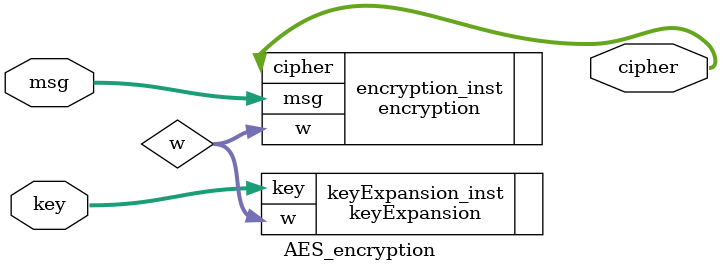
<source format=v>
module AES_encryption #(
    parameter nk=8,parameter nb=4,parameter nr=14
) (
    input [8*4*nb-1:0]msg,
    input [(32*nk)-1:0]key,
    output [8*4*nb-1:0]cipher
);
/**force msg 16#ccddeeff8899aabb4455667700112233
force key 16#0c0d0e0f08090a0b0405060700010203
*/
    wire [(32*nb*(nr+1))-1:0]w;
    keyExpansion #(
        .nk(nk),
        .nb(nb),
        .nr(nr)
    ) keyExpansion_inst (
        .key(key),
        .w(w)
    );
    encryption #(
        .nk(nk),
        .nb(nb),
        .nr(nr)
    ) encryption_inst (
        .msg(msg),
        .w(w),
        .cipher(cipher)
    );
endmodule
</source>
